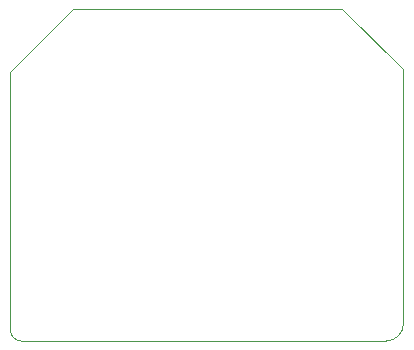
<source format=gbr>
G04 #@! TF.GenerationSoftware,KiCad,Pcbnew,5.1.4-e60b266~84~ubuntu16.04.1*
G04 #@! TF.CreationDate,2019-08-22T14:48:52+07:00*
G04 #@! TF.ProjectId,clock555,636c6f63-6b35-4353-952e-6b696361645f,rev?*
G04 #@! TF.SameCoordinates,Original*
G04 #@! TF.FileFunction,Profile,NP*
%FSLAX46Y46*%
G04 Gerber Fmt 4.6, Leading zero omitted, Abs format (unit mm)*
G04 Created by KiCad (PCBNEW 5.1.4-e60b266~84~ubuntu16.04.1) date 2019-08-22 14:48:52*
%MOMM*%
%LPD*%
G04 APERTURE LIST*
%ADD10C,0.100000*%
G04 APERTURE END LIST*
D10*
X127000000Y-124815600D02*
G75*
G02X126111000Y-123926600I0J889000D01*
G01*
X159385000Y-123367800D02*
G75*
G02X157911800Y-124841000I-1473200J0D01*
G01*
X131445000Y-96723200D02*
X133908800Y-96723200D01*
X126111000Y-102057200D02*
X131445000Y-96723200D01*
X126111000Y-123926600D02*
X126111000Y-102057200D01*
X157911800Y-124841000D02*
X127000000Y-124815600D01*
X159359600Y-101777800D02*
X159385000Y-123367800D01*
X154203400Y-96748600D02*
X159359600Y-101777800D01*
X133908800Y-96723200D02*
X154203400Y-96748600D01*
M02*

</source>
